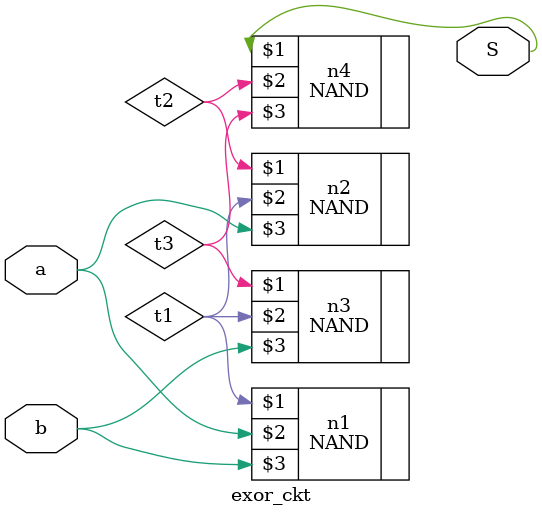
<source format=v>
module exor_ckt(S,a,b);
   input a,b;
   output S;
   wire t1,t2,t3;
   NAND n1(t1,a,b);
   NAND n2(t2,t1,a);
   NAND n3(t3,t1,b);
   NAND n4(S,t2,t3);
endmodule      

</source>
